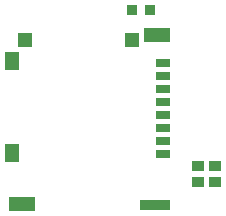
<source format=gbp>
G04*
G04 #@! TF.GenerationSoftware,Altium Limited,Altium Designer,18.1.9 (240)*
G04*
G04 Layer_Color=128*
%FSLAX25Y25*%
%MOIN*%
G70*
G01*
G75*
%ADD14R,0.03937X0.03543*%
%ADD41R,0.04528X0.05906*%
%ADD42R,0.08661X0.04528*%
%ADD43R,0.04724X0.04567*%
%ADD44R,0.04921X0.04567*%
%ADD45R,0.09843X0.03740*%
%ADD46R,0.04882X0.03150*%
%ADD47R,0.03347X0.03347*%
D14*
X133465Y40453D02*
D03*
Y35138D02*
D03*
X127559Y40453D02*
D03*
Y35138D02*
D03*
D41*
X65785Y75354D02*
D03*
Y44724D02*
D03*
D42*
X68915Y27776D02*
D03*
X114112Y84035D02*
D03*
D43*
X70214Y82441D02*
D03*
D44*
X105647D02*
D03*
D45*
X113521Y27382D02*
D03*
D46*
X116002Y74803D02*
D03*
Y70472D02*
D03*
Y66142D02*
D03*
Y61811D02*
D03*
Y57480D02*
D03*
Y53150D02*
D03*
Y48819D02*
D03*
Y44488D02*
D03*
D47*
X105610Y92520D02*
D03*
X111713D02*
D03*
M02*

</source>
